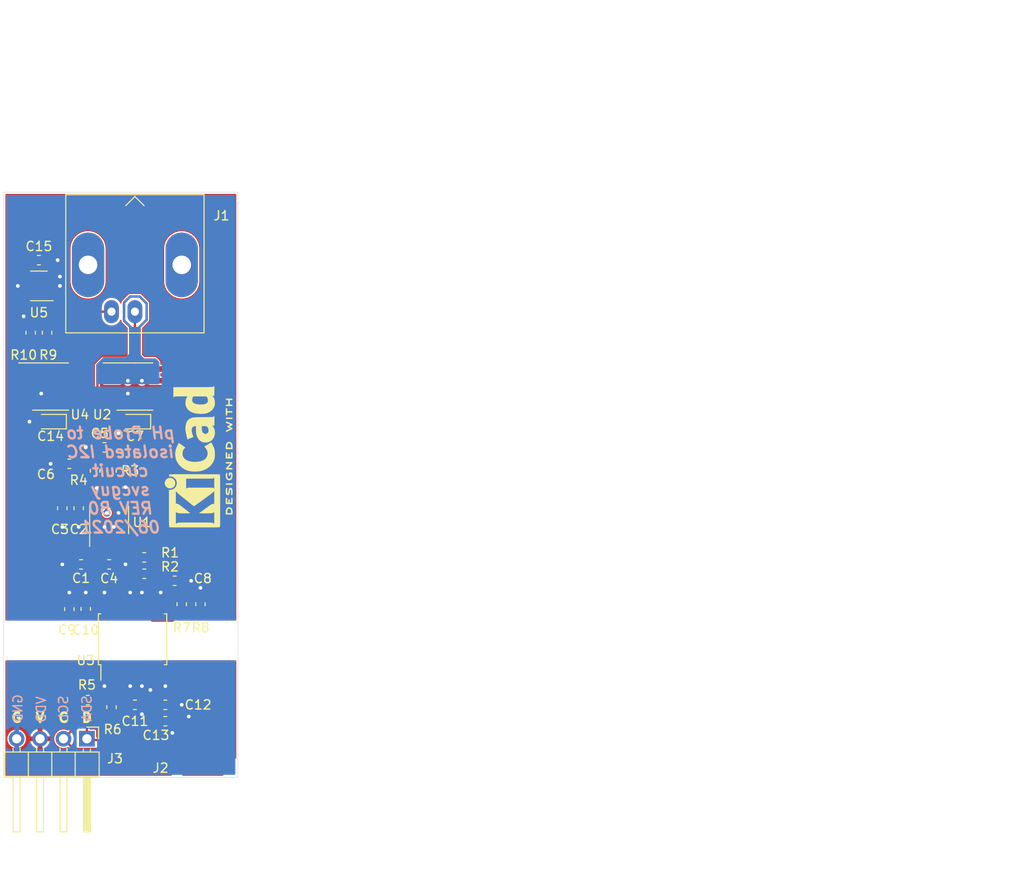
<source format=kicad_pcb>
(kicad_pcb (version 20171130) (host pcbnew "(5.1.10)-1")
  (layers (0 F.Cu signal) (31 B.Cu signal) (34 B.Paste user) (35 F.Paste user) (36 B.SilkS user) (37 F.SilkS user) (38 B.Mask user) (39 F.Mask user) (44 Edge.Cuts user))
  (net 0 "")
  (net 1 GND)
  (net 2 /PROBE_V_OUT)
  (net 3 +3V3)
  (net 4 VDD)
  (net 5 "Net-(J1-Pad2)")
  (net 6 "Net-(J1-Pad1)")
  (net 7 /SCL_ISO)
  (net 8 /SDA_ISO)
  (net 9 "Net-(R3-Pad1)")
  (net 10 /VREF)
  (net 11 /SCL)
  (net 12 /SDA)
  (net 13 GNDS)
  (net 14 "Net-(C1-Pad1)")
  (net 15 "Net-(C4-Pad1)")
  (net 16 "Net-(R4-Pad1)")
  (net 17 "Net-(R7-Pad2)")
  (net 18 "Net-(R9-Pad1)")
  (module Symbol:KiCad-Logo2_6mm_SilkScreen (layer F.Cu) (at 157.607 102.362 90)
    (fp_text reference REF** hide)
    (fp_text value KiCad-Logo2_6mm_SilkScreen hide)
  )
  (module Connector_PinHeader_2.54mm:PinHeader_1x04_P2.54mm_Horizontal (layer F.Cu) (at 146.177 132.969 270)
    (fp_text reference J3 (at 2.159 -3.048 180) (layer F.SilkS))
    (fp_text value I2C)
    (pad 1 thru_hole rect (at 0 0 270) (size 1.7 1.7) (drill 1) (layers *.Cu *.Mask) (net 12 /SDA))
    (pad 2 thru_hole oval (at 0 2.54 270) (size 1.7 1.7) (drill 1) (layers *.Cu *.Mask) (net 11 /SCL))
    (pad 3 thru_hole oval (at 0 5.08 270) (size 1.7 1.7) (drill 1) (layers *.Cu *.Mask) (net 4 VDD))
    (pad 4 thru_hole oval (at 0 7.62 270) (size 1.7 1.7) (drill 1) (layers *.Cu *.Mask) (net 1 GND))
  )
  (module Connector_Coaxial:BNC_Amphenol_B6252HB-NPP3G-50_Horizontal (layer F.Cu) (at 151.384 86.614)
    (fp_text reference J1 (at 9.398 -10.414) (layer F.SilkS))
    (fp_text value PH_PROBE)
    (pad S1 thru_hole oval (at -5.08 -5.08) (size 3.5 7) (drill 2.01) (layers *.Cu *.Mask))
    (pad S2 thru_hole oval (at 5.08 -5.08) (size 3.5 7) (drill 2.01) (layers *.Cu *.Mask))
    (pad 1 thru_hole oval (at 0 0) (size 1.6 2.5) (drill 0.89) (layers *.Cu *.Mask) (net 6 "Net-(J1-Pad1)"))
    (pad 2 thru_hole oval (at -2.54 0) (size 1.6 2.5) (drill 0.89) (layers *.Cu *.Mask) (net 5 "Net-(J1-Pad2)"))
  )
  (module jlcpcb_smt:C_0603_1608Metric (layer F.Cu) (at 148.082 101.346 180)
    (fp_text reference C5 (at 0.508 1.524) (layer F.SilkS))
    (fp_text value 1uF)
    (pad 2 smd roundrect (at 0.7875 0 180) (size 0.875 0.95) (layers F.Cu F.Paste F.Mask) (net 13 GNDS))
    (pad 1 smd roundrect (at -0.7875 0 180) (size 0.875 0.95) (layers F.Cu F.Paste F.Mask) (net 2 /PROBE_V_OUT))
  )
  (module jlcpcb_smt:C_0603_1608Metric (layer F.Cu) (at 145.542 114.046 180)
    (fp_text reference C1 (at 0 -1.5) (layer F.SilkS))
    (fp_text value 0.1uF)
    (pad 1 smd roundrect (at -0.7875 0 180) (size 0.875 0.95) (layers F.Cu F.Paste F.Mask) (net 14 "Net-(C1-Pad1)"))
    (pad 2 smd roundrect (at 0.7875 0 180) (size 0.875 0.95) (layers F.Cu F.Paste F.Mask) (net 13 GNDS))
  )
  (module jlcpcb_smt:C_0603_1608Metric (layer F.Cu) (at 145.288 107.95 270)
    (fp_text reference C2 (at 2.286 0 180) (layer F.SilkS))
    (fp_text value 0.1uF)
    (pad 1 smd roundrect (at -0.7875 0 270) (size 0.875 0.95) (layers F.Cu F.Paste F.Mask) (net 3 +3V3))
    (pad 2 smd roundrect (at 0.7875 0 270) (size 0.875 0.95) (layers F.Cu F.Paste F.Mask) (net 13 GNDS))
  )
  (module jlcpcb_smt:C_0603_1608Metric (layer F.Cu) (at 143.51 107.95 270)
    (fp_text reference C3 (at 2.286 0.254 180) (layer F.SilkS))
    (fp_text value 10uF)
    (pad 2 smd roundrect (at 0.7875 0 270) (size 0.875 0.95) (layers F.Cu F.Paste F.Mask) (net 13 GNDS))
    (pad 1 smd roundrect (at -0.7875 0 270) (size 0.875 0.95) (layers F.Cu F.Paste F.Mask) (net 3 +3V3))
  )
  (module jlcpcb_smt:C_0603_1608Metric (layer F.Cu) (at 148.59 114.046)
    (fp_text reference C4 (at 0 1.524) (layer F.SilkS))
    (fp_text value 0.1uF)
    (pad 2 smd roundrect (at 0.7875 0) (size 0.875 0.95) (layers F.Cu F.Paste F.Mask) (net 13 GNDS))
    (pad 1 smd roundrect (at -0.7875 0) (size 0.875 0.95) (layers F.Cu F.Paste F.Mask) (net 15 "Net-(C4-Pad1)"))
  )
  (module jlcpcb_smt:C_0603_1608Metric (layer F.Cu) (at 155.702 115.824)
    (fp_text reference C8 (at 3.048 -0.254) (layer F.SilkS))
    (fp_text value 0.1uF)
    (pad 2 smd roundrect (at 0.7875 0) (size 0.875 0.95) (layers F.Cu F.Paste F.Mask) (net 13 GNDS))
    (pad 1 smd roundrect (at -0.7875 0) (size 0.875 0.95) (layers F.Cu F.Paste F.Mask) (net 3 +3V3))
  )
  (module jlcpcb_smt:C_0603_1608Metric (layer F.Cu) (at 144.272 118.8975 90)
    (fp_text reference C9 (at -2.2605 -0.254 180) (layer F.SilkS))
    (fp_text value 10uF)
    (pad 1 smd roundrect (at -0.7875 0 90) (size 0.875 0.95) (layers F.Cu F.Paste F.Mask) (net 3 +3V3))
    (pad 2 smd roundrect (at 0.7875 0 90) (size 0.875 0.95) (layers F.Cu F.Paste F.Mask) (net 13 GNDS))
  )
  (module jlcpcb_smt:C_0603_1608Metric (layer F.Cu) (at 146.05 118.872 90)
    (fp_text reference C10 (at -2.286 0 180) (layer F.SilkS))
    (fp_text value 0.1uF)
    (pad 2 smd roundrect (at 0.7875 0 90) (size 0.875 0.95) (layers F.Cu F.Paste F.Mask) (net 13 GNDS))
    (pad 1 smd roundrect (at -0.7875 0 90) (size 0.875 0.95) (layers F.Cu F.Paste F.Mask) (net 3 +3V3))
  )
  (module jlcpcb_smt:C_0603_1608Metric (layer F.Cu) (at 151.384 129.286)
    (fp_text reference C11 (at 0 1.778) (layer F.SilkS))
    (fp_text value 0.1uF)
    (pad 1 smd roundrect (at -0.7875 0) (size 0.875 0.95) (layers F.Cu F.Paste F.Mask) (net 4 VDD))
    (pad 2 smd roundrect (at 0.7875 0) (size 0.875 0.95) (layers F.Cu F.Paste F.Mask) (net 1 GND))
  )
  (module jlcpcb_smt:C_0603_1608Metric (layer F.Cu) (at 154.686 129.286)
    (fp_text reference C12 (at 3.556 0) (layer F.SilkS))
    (fp_text value 0.1uF)
    (pad 2 smd roundrect (at 0.7875 0) (size 0.875 0.95) (layers F.Cu F.Paste F.Mask) (net 1 GND))
    (pad 1 smd roundrect (at -0.7875 0) (size 0.875 0.95) (layers F.Cu F.Paste F.Mask) (net 4 VDD))
  )
  (module jlcpcb_smt:C_0603_1608Metric (layer F.Cu) (at 154.686 131.064)
    (fp_text reference C13 (at -1.016 1.524) (layer F.SilkS))
    (fp_text value 10uF)
    (pad 1 smd roundrect (at -0.7875 0) (size 0.875 0.95) (layers F.Cu F.Paste F.Mask) (net 4 VDD))
    (pad 2 smd roundrect (at 0.7875 0) (size 0.875 0.95) (layers F.Cu F.Paste F.Mask) (net 1 GND))
  )
  (module jlcpcb_smt:C_0603_1608Metric (layer F.Cu) (at 140.97 81.026)
    (fp_text reference C15 (at 0 -1.5) (layer F.SilkS))
    (fp_text value 2.2uF)
    (pad 1 smd roundrect (at -0.7875 0) (size 0.875 0.95) (layers F.Cu F.Paste F.Mask) (net 3 +3V3))
    (pad 2 smd roundrect (at 0.7875 0) (size 0.875 0.95) (layers F.Cu F.Paste F.Mask) (net 13 GNDS))
  )
  (module Custom_KICAD:QWIIC_STEMMA_QT (layer F.Cu) (at 158.75 132.08 180)
    (fp_text reference J2 (at 4.572 -4.064) (layer F.SilkS))
    (fp_text value QWIIC)
    (pad 4 smd roundrect (at -1.5 0 180) (size 0.6 1.55) (layers F.Cu F.Paste F.Mask) (net 11 /SCL))
    (pad 3 smd roundrect (at -0.5 0 180) (size 0.6 1.55) (layers F.Cu F.Paste F.Mask) (net 12 /SDA))
    (pad 2 smd roundrect (at 0.5 0 180) (size 0.6 1.55) (layers F.Cu F.Paste F.Mask) (net 4 VDD))
    (pad 1 smd roundrect (at 1.5 0 180) (size 0.6 1.55) (layers F.Cu F.Paste F.Mask) (net 1 GND))
    (pad MP smd roundrect (at -2.8 -3.825 180) (size 1.2 1.8) (layers F.Cu F.Paste F.Mask))
    (pad MP smd roundrect (at 2.8 -3.825 180) (size 1.2 1.8) (layers F.Cu F.Paste F.Mask))
  )
  (module jlcpcb_smt:R_0603_1608Metric (layer F.Cu) (at 152.4 113.284 180)
    (fp_text reference R1 (at -2.794 0.508 180) (layer F.SilkS))
    (fp_text value 4.7k)
    (pad 2 smd roundrect (at 0.7875 0 180) (size 0.875 0.95) (layers F.Cu F.Paste F.Mask) (net 7 /SCL_ISO))
    (pad 1 smd roundrect (at -0.7875 0 180) (size 0.875 0.95) (layers F.Cu F.Paste F.Mask) (net 3 +3V3))
  )
  (module jlcpcb_smt:R_0603_1608Metric (layer F.Cu) (at 152.4 115.062 180)
    (fp_text reference R2 (at -2.794 0.762 180) (layer F.SilkS))
    (fp_text value 4.7k)
    (pad 1 smd roundrect (at -0.7875 0 180) (size 0.875 0.95) (layers F.Cu F.Paste F.Mask) (net 3 +3V3))
    (pad 2 smd roundrect (at 0.7875 0 180) (size 0.875 0.95) (layers F.Cu F.Paste F.Mask) (net 8 /SDA_ISO))
  )
  (module jlcpcb_smt:R_0603_1608Metric (layer F.Cu) (at 148.844 103.886 90)
    (fp_text reference R3 (at 0 2.032) (layer F.SilkS))
    (fp_text value 1k)
    (pad 1 smd roundrect (at -0.7875 0 90) (size 0.875 0.95) (layers F.Cu F.Paste F.Mask) (net 9 "Net-(R3-Pad1)"))
    (pad 2 smd roundrect (at 0.7875 0 90) (size 0.875 0.95) (layers F.Cu F.Paste F.Mask) (net 2 /PROBE_V_OUT))
  )
  (module jlcpcb_smt:R_0603_1608Metric (layer F.Cu) (at 146.2785 128.778)
    (fp_text reference R5 (at -0.1015 -1.651 180) (layer F.SilkS))
    (fp_text value 4.7k)
    (pad 1 smd roundrect (at -0.7875 0) (size 0.875 0.95) (layers F.Cu F.Paste F.Mask) (net 4 VDD))
    (pad 2 smd roundrect (at 0.7875 0) (size 0.875 0.95) (layers F.Cu F.Paste F.Mask) (net 11 /SCL))
  )
  (module jlcpcb_smt:R_0603_1608Metric (layer F.Cu) (at 148.844 129.54 90)
    (fp_text reference R6 (at -2.413 0.127) (layer F.SilkS))
    (fp_text value 4.7k)
    (pad 2 smd roundrect (at 0.7875 0 90) (size 0.875 0.95) (layers F.Cu F.Paste F.Mask) (net 12 /SDA))
    (pad 1 smd roundrect (at -0.7875 0 90) (size 0.875 0.95) (layers F.Cu F.Paste F.Mask) (net 4 VDD))
  )
  (module jlcpcb_smt:R_0603_1608Metric (layer F.Cu) (at 156.464 118.364 270)
    (fp_text reference R7 (at 2.54 0) (layer F.SilkS))
    (fp_text value 16.9k)
    (pad 1 smd roundrect (at -0.7875 0 270) (size 0.875 0.95) (layers F.Cu F.Paste F.Mask) (net 3 +3V3))
    (pad 2 smd roundrect (at 0.7875 0 270) (size 0.875 0.95) (layers F.Cu F.Paste F.Mask) (net 17 "Net-(R7-Pad2)"))
  )
  (module jlcpcb_smt:R_0603_1608Metric (layer F.Cu) (at 158.496 118.364 90)
    (fp_text reference R8 (at -2.54 0) (layer F.SilkS))
    (fp_text value 10k)
    (pad 2 smd roundrect (at 0.7875 0 90) (size 0.875 0.95) (layers F.Cu F.Paste F.Mask) (net 13 GNDS))
    (pad 1 smd roundrect (at -0.7875 0 90) (size 0.875 0.95) (layers F.Cu F.Paste F.Mask) (net 17 "Net-(R7-Pad2)"))
  )
  (module Package_SO:SOIC-8_3.9x4.9mm_P1.27mm (layer F.Cu) (at 151.384 94.742)
    (fp_text reference U2 (at -3.556 3.048) (layer F.SilkS))
    (fp_text value LMP7721)
    (pad 8 smd roundrect (at 2.475 -1.905) (size 1.95 0.6) (layers F.Cu F.Paste F.Mask) (net 2 /PROBE_V_OUT))
    (pad 7 smd roundrect (at 2.475 -0.635) (size 1.95 0.6) (layers F.Cu F.Paste F.Mask) (net 2 /PROBE_V_OUT))
    (pad 6 smd roundrect (at 2.475 0.635) (size 1.95 0.6) (layers F.Cu F.Paste F.Mask) (net 3 +3V3))
    (pad 5 smd roundrect (at 2.475 1.905) (size 1.95 0.6) (layers F.Cu F.Paste F.Mask))
    (pad 4 smd roundrect (at -2.475 1.905) (size 1.95 0.6) (layers F.Cu F.Paste F.Mask) (net 2 /PROBE_V_OUT))
    (pad 3 smd roundrect (at -2.475 0.635) (size 1.95 0.6) (layers F.Cu F.Paste F.Mask) (net 13 GNDS))
    (pad 2 smd roundrect (at -2.475 -0.635) (size 1.95 0.6) (layers F.Cu F.Paste F.Mask) (net 2 /PROBE_V_OUT))
    (pad 1 smd roundrect (at -2.475 -1.905) (size 1.95 0.6) (layers F.Cu F.Paste F.Mask) (net 6 "Net-(J1-Pad1)"))
  )
  (module Package_SO:SOIC-8_3.9x4.9mm_P1.27mm (layer F.Cu) (at 142.24 94.742)
    (fp_text reference U4 (at 3.175 3.048) (layer F.SilkS))
    (fp_text value LMP7721)
    (pad 1 smd roundrect (at -2.475 -1.905) (size 1.95 0.6) (layers F.Cu F.Paste F.Mask) (net 10 /VREF))
    (pad 2 smd roundrect (at -2.475 -0.635) (size 1.95 0.6) (layers F.Cu F.Paste F.Mask))
    (pad 3 smd roundrect (at -2.475 0.635) (size 1.95 0.6) (layers F.Cu F.Paste F.Mask) (net 13 GNDS))
    (pad 4 smd roundrect (at -2.475 1.905) (size 1.95 0.6) (layers F.Cu F.Paste F.Mask) (net 5 "Net-(J1-Pad2)"))
    (pad 5 smd roundrect (at 2.475 1.905) (size 1.95 0.6) (layers F.Cu F.Paste F.Mask))
    (pad 6 smd roundrect (at 2.475 0.635) (size 1.95 0.6) (layers F.Cu F.Paste F.Mask) (net 3 +3V3))
    (pad 7 smd roundrect (at 2.475 -0.635) (size 1.95 0.6) (layers F.Cu F.Paste F.Mask))
    (pad 8 smd roundrect (at 2.475 -1.905) (size 1.95 0.6) (layers F.Cu F.Paste F.Mask) (net 5 "Net-(J1-Pad2)"))
  )
  (module Package_SO:SSOP-20_5.3x7.2mm_P0.65mm (layer F.Cu) (at 151.13 122.174 90)
    (fp_text reference U3 (at -2.286 -5.08 180) (layer F.SilkS))
    (fp_text value ADM3260)
    (pad 1 smd roundrect (at -3.5 -2.925 90) (size 1.9 0.5) (layers F.Cu F.Paste F.Mask) (net 1 GND))
    (pad 2 smd roundrect (at -3.5 -2.275 90) (size 1.9 0.5) (layers F.Cu F.Paste F.Mask) (net 11 /SCL))
    (pad 3 smd roundrect (at -3.5 -1.625 90) (size 1.9 0.5) (layers F.Cu F.Paste F.Mask) (net 12 /SDA))
    (pad 4 smd roundrect (at -3.5 -0.975 90) (size 1.9 0.5) (layers F.Cu F.Paste F.Mask) (net 4 VDD))
    (pad 5 smd roundrect (at -3.5 -0.325 90) (size 1.9 0.5) (layers F.Cu F.Paste F.Mask) (net 1 GND))
    (pad 6 smd roundrect (at -3.5 0.325 90) (size 1.9 0.5) (layers F.Cu F.Paste F.Mask))
    (pad 7 smd roundrect (at -3.5 0.975 90) (size 1.9 0.5) (layers F.Cu F.Paste F.Mask) (net 1 GND))
    (pad 8 smd roundrect (at -3.5 1.625 90) (size 1.9 0.5) (layers F.Cu F.Paste F.Mask) (net 1 GND))
    (pad 9 smd roundrect (at -3.5 2.275 90) (size 1.9 0.5) (layers F.Cu F.Paste F.Mask) (net 4 VDD))
    (pad 10 smd roundrect (at -3.5 2.925 90) (size 1.9 0.5) (layers F.Cu F.Paste F.Mask) (net 1 GND))
    (pad 11 smd roundrect (at 3.5 2.925 90) (size 1.9 0.5) (layers F.Cu F.Paste F.Mask) (net 13 GNDS))
    (pad 12 smd roundrect (at 3.5 2.275 90) (size 1.9 0.5) (layers F.Cu F.Paste F.Mask) (net 3 +3V3))
    (pad 13 smd roundrect (at 3.5 1.625 90) (size 1.9 0.5) (layers F.Cu F.Paste F.Mask) (net 17 "Net-(R7-Pad2)"))
    (pad 14 smd roundrect (at 3.5 0.975 90) (size 1.9 0.5) (layers F.Cu F.Paste F.Mask) (net 13 GNDS))
    (pad 15 smd roundrect (at 3.5 0.325 90) (size 1.9 0.5) (layers F.Cu F.Paste F.Mask))
    (pad 16 smd roundrect (at 3.5 -0.325 90) (size 1.9 0.5) (layers F.Cu F.Paste F.Mask) (net 13 GNDS))
    (pad 17 smd roundrect (at 3.5 -0.975 90) (size 1.9 0.5) (layers F.Cu F.Paste F.Mask) (net 3 +3V3))
    (pad 18 smd roundrect (at 3.5 -1.625 90) (size 1.9 0.5) (layers F.Cu F.Paste F.Mask) (net 8 /SDA_ISO))
    (pad 19 smd roundrect (at 3.5 -2.275 90) (size 1.9 0.5) (layers F.Cu F.Paste F.Mask) (net 7 /SCL_ISO))
    (pad 20 smd roundrect (at 3.5 -2.925 90) (size 1.9 0.5) (layers F.Cu F.Paste F.Mask) (net 13 GNDS))
  )
  (module Package_TO_SOT_SMD:SOT-23-6 (layer F.Cu) (at 140.97 83.82 180)
    (fp_text reference U5 (at 0 -2.9) (layer F.SilkS))
    (fp_text value MCP1501)
    (pad 1 smd rect (at -1.1 -0.95 180) (size 1.06 0.65) (layers F.Cu F.Paste F.Mask) (net 18 "Net-(R9-Pad1)"))
    (pad 2 smd rect (at -1.1 0 180) (size 1.06 0.65) (layers F.Cu F.Paste F.Mask) (net 13 GNDS))
    (pad 3 smd rect (at -1.1 0.95 180) (size 1.06 0.65) (layers F.Cu F.Paste F.Mask) (net 13 GNDS))
    (pad 4 smd rect (at 1.1 0.95 180) (size 1.06 0.65) (layers F.Cu F.Paste F.Mask) (net 3 +3V3))
    (pad 6 smd rect (at 1.1 -0.95 180) (size 1.06 0.65) (layers F.Cu F.Paste F.Mask) (net 3 +3V3))
    (pad 5 smd rect (at 1.1 0 180) (size 1.06 0.65) (layers F.Cu F.Paste F.Mask) (net 13 GNDS))
  )
  (module jlcpcb_smt:C_0603_1608Metric (layer F.Cu) (at 144.272 103.124 180)
    (fp_text reference C6 (at 2.54 -1.143) (layer F.SilkS))
    (fp_text value 1uF)
    (pad 1 smd roundrect (at -0.7875 0 180) (size 0.875 0.95) (layers F.Cu F.Paste F.Mask) (net 10 /VREF))
    (pad 2 smd roundrect (at 0.7875 0 180) (size 0.875 0.95) (layers F.Cu F.Paste F.Mask) (net 13 GNDS))
  )
  (module Capacitor_Tantalum_SMD:CP_EIA-2012-15_AVX-P (layer F.Cu) (at 151.384 98.552 180)
    (fp_text reference C7 (at 0 -1.58) (layer F.SilkS))
    (fp_text value 0.1uF)
    (pad 2 smd roundrect (at 0.8875 0 180) (size 1.125 1.05) (layers F.Cu F.Paste F.Mask) (roundrect_rratio 0.2380942857142857) (net 13 GNDS))
    (pad 1 smd roundrect (at -0.8875 0 180) (size 1.125 1.05) (layers F.Cu F.Paste F.Mask) (roundrect_rratio 0.2380942857142857) (net 3 +3V3))
  )
  (module Capacitor_Tantalum_SMD:CP_EIA-2012-15_AVX-P (layer F.Cu) (at 142.24 98.552 180)
    (fp_text reference C14 (at 0 -1.58) (layer F.SilkS))
    (fp_text value 0.1uF)
    (pad 1 smd roundrect (at -0.8875 0 180) (size 1.125 1.05) (layers F.Cu F.Paste F.Mask) (roundrect_rratio 0.2380942857142857) (net 3 +3V3))
    (pad 2 smd roundrect (at 0.8875 0 180) (size 1.125 1.05) (layers F.Cu F.Paste F.Mask) (roundrect_rratio 0.2380942857142857) (net 13 GNDS))
  )
  (module jlcpcb_smt:R_0603_1608Metric (layer F.Cu) (at 147.066 103.886 90)
    (fp_text reference R4 (at -1.016 -1.778) (layer F.SilkS))
    (fp_text value 1k)
    (pad 1 smd roundrect (at -0.7875 0 90) (size 0.875 0.95) (layers F.Cu F.Paste F.Mask) (net 16 "Net-(R4-Pad1)"))
    (pad 2 smd roundrect (at 0.7875 0 90) (size 0.875 0.95) (layers F.Cu F.Paste F.Mask) (net 10 /VREF))
  )
  (module jlcpcb_smt:R_0603_1608Metric (layer F.Cu) (at 141.859 88.9 270)
    (fp_text reference R9 (at 2.413 -0.127) (layer F.SilkS))
    (fp_text value 10k)
    (pad 1 smd roundrect (at -0.7875 0 270) (size 0.875 0.95) (layers F.Cu F.Paste F.Mask) (net 18 "Net-(R9-Pad1)"))
    (pad 2 smd roundrect (at 0.7875 0 270) (size 0.875 0.95) (layers F.Cu F.Paste F.Mask) (net 10 /VREF))
  )
  (module jlcpcb_smt:R_0603_1608Metric (layer F.Cu) (at 140.081 88.9 90)
    (fp_text reference R10 (at -2.413 -0.762) (layer F.SilkS))
    (fp_text value 10k)
    (pad 2 smd roundrect (at 0.7875 0 90) (size 0.875 0.95) (layers F.Cu F.Paste F.Mask) (net 13 GNDS))
    (pad 1 smd roundrect (at -0.7875 0 90) (size 0.875 0.95) (layers F.Cu F.Paste F.Mask) (net 10 /VREF))
  )
  (module Package_SO:MSOP-12_3x4mm_P0.65mm (layer F.Cu) (at 148.59 109.22 90)
    (fp_text reference U1 (at -0.254 3.556 180) (layer F.SilkS))
    (fp_text value LTC2473)
    (pad 1 smd roundrect (at -2.15 -1.625 90) (size 1.45 0.4) (layers F.Cu F.Paste F.Mask) (net 14 "Net-(C1-Pad1)"))
    (pad 2 smd roundrect (at -2.15 -0.975 90) (size 1.45 0.4) (layers F.Cu F.Paste F.Mask) (net 15 "Net-(C4-Pad1)"))
    (pad 3 smd roundrect (at -2.15 -0.325 90) (size 1.45 0.4) (layers F.Cu F.Paste F.Mask) (net 13 GNDS))
    (pad 4 smd roundrect (at -2.15 0.325 90) (size 1.45 0.4) (layers F.Cu F.Paste F.Mask) (net 13 GNDS))
    (pad 5 smd roundrect (at -2.15 0.975 90) (size 1.45 0.4) (layers F.Cu F.Paste F.Mask) (net 7 /SCL_ISO))
    (pad 6 smd roundrect (at -2.15 1.625 90) (size 1.45 0.4) (layers F.Cu F.Paste F.Mask) (net 8 /SDA_ISO))
    (pad 7 smd roundrect (at 2.15 1.625 90) (size 1.45 0.4) (layers F.Cu F.Paste F.Mask) (net 13 GNDS))
    (pad 8 smd roundrect (at 2.15 0.975 90) (size 1.45 0.4) (layers F.Cu F.Paste F.Mask) (net 13 GNDS))
    (pad 9 smd roundrect (at 2.15 0.325 90) (size 1.45 0.4) (layers F.Cu F.Paste F.Mask) (net 9 "Net-(R3-Pad1)"))
    (pad 10 smd roundrect (at 2.15 -0.325 90) (size 1.45 0.4) (layers F.Cu F.Paste F.Mask) (net 16 "Net-(R4-Pad1)"))
    (pad 11 smd roundrect (at 2.15 -0.975 90) (size 1.45 0.4) (layers F.Cu F.Paste F.Mask) (net 13 GNDS))
    (pad 12 smd roundrect (at 2.15 -1.625 90) (size 1.45 0.4) (layers F.Cu F.Paste F.Mask) (net 3 +3V3))
  )
  (gr_text GND (at 138.684 129.667 90) (layer B.SilkS) (effects (font (size 1 1)) (justify mirror)))
  (gr_text VDD (at 141.224 129.794 90) (layer B.SilkS) (effects (font (size 1 1)) (justify mirror)))
  (gr_text SCL (at 143.637 129.667 90) (layer B.SilkS) (effects (font (size 1 1)) (justify mirror)))
  (gr_text SDA (at 146.177 129.667 90) (layer B.SilkS) (effects (font (size 1 1)) (justify mirror)))
  (gr_text G (at 138.557 130.683) (layer F.SilkS) (effects (font (size 1.016 1.016) (thickness 0.254))))
  (gr_text V (at 141.097 130.683) (layer F.SilkS) (effects (font (size 1.016 1.016) (thickness 0.254))))
  (gr_text C (at 143.637 130.683) (layer F.SilkS) (effects (font (size 1.016 1.016) (thickness 0.254))))
  (gr_text D (at 146.177 130.683) (layer F.SilkS) (effects (font (size 1.016 1.016) (thickness 0.254))))
  (gr_text "pH Probe to\nisolated I2C\ncircuit\nsvcguy\nREV B0\n06/2021" (at 149.86 104.902) (layer B.SilkS) (effects (font (size 1.27 1.27) (thickness 0.254) italic) (justify mirror)))
  (gr_line (start 162.56 137.16) (end 162.56 73.66) (layer Edge.Cuts) (width 0.05))
  (gr_line (start 137.16 137.16) (end 162.56 137.16) (layer Edge.Cuts) (width 0.05))
  (gr_line (start 137.16 73.66) (end 137.16 137.16) (layer Edge.Cuts) (width 0.05))
  (gr_line (start 137.16 73.66) (end 162.56 73.66) (layer Edge.Cuts) (width 0.05))
  (via (at 148.082 127.254) (size 0.8) (drill 0.4) (layers F.Cu B.Cu) (net 1))
  (segment (start 148.205 127.131) (end 148.082 127.254) (width 0.25) (layer F.Cu) (net 1))
  (segment (start 148.205 125.674) (end 148.205 127.131) (width 0.25) (layer F.Cu) (net 1))
  (via (at 150.876 127.254) (size 0.8) (drill 0.4) (layers F.Cu B.Cu) (net 1))
  (segment (start 150.805 127.183) (end 150.876 127.254) (width 0.25) (layer F.Cu) (net 1))
  (segment (start 150.805 125.674) (end 150.805 127.183) (width 0.25) (layer F.Cu) (net 1))
  (via (at 152.146 127.254) (size 0.8) (drill 0.4) (layers F.Cu B.Cu) (net 1))
  (segment (start 152.105 127.213) (end 152.146 127.254) (width 0.25) (layer F.Cu) (net 1))
  (segment (start 152.105 125.674) (end 152.105 127.213) (width 0.25) (layer F.Cu) (net 1))
  (via (at 154.686 127.254) (size 0.8) (drill 0.4) (layers F.Cu B.Cu) (net 1))
  (segment (start 154.055 126.623) (end 154.686 127.254) (width 0.25) (layer F.Cu) (net 1))
  (segment (start 154.055 125.674) (end 154.055 126.623) (width 0.25) (layer F.Cu) (net 1))
  (via (at 152.146 130.302) (size 0.8) (drill 0.4) (layers F.Cu B.Cu) (net 1))
  (segment (start 152.1715 130.2765) (end 152.146 130.302) (width 0.25) (layer F.Cu) (net 1))
  (segment (start 152.1715 129.286) (end 152.1715 130.2765) (width 0.25) (layer F.Cu) (net 1))
  (via (at 156.464 129.286) (size 0.8) (drill 0.4) (layers F.Cu B.Cu) (net 1))
  (segment (start 155.4735 129.286) (end 156.464 129.286) (width 0.25) (layer F.Cu) (net 1))
  (via (at 155.448 132.334) (size 0.8) (drill 0.4) (layers F.Cu B.Cu) (net 1))
  (segment (start 155.4735 132.3085) (end 155.448 132.334) (width 0.25) (layer F.Cu) (net 1))
  (segment (start 155.4735 131.064) (end 155.4735 132.3085) (width 0.25) (layer F.Cu) (net 1))
  (via (at 157.226 130.556) (size 0.8) (drill 0.4) (layers F.Cu B.Cu) (net 1))
  (segment (start 157.25 130.58) (end 157.226 130.556) (width 0.25) (layer F.Cu) (net 1))
  (segment (start 157.25 132.08) (end 157.25 130.58) (width 0.25) (layer F.Cu) (net 1))
  (via (at 153.06506 127.674379) (size 0.8) (drill 0.4) (layers F.Cu B.Cu) (net 1))
  (segment (start 152.755 125.674) (end 152.755 127.364319) (width 0.25) (layer F.Cu) (net 1))
  (segment (start 152.755 127.364319) (end 153.06506 127.674379) (width 0.25) (layer F.Cu) (net 1))
  (segment (start 148.844 101.3715) (end 148.8695 101.346) (width 0.25) (layer F.Cu) (net 2))
  (segment (start 148.844 103.0985) (end 148.844 101.3715) (width 0.25) (layer F.Cu) (net 2))
  (segment (start 153.859 94.107) (end 153.859 92.837) (width 0.25) (layer F.Cu) (net 2))
  (segment (start 147.934 94.107) (end 148.909 94.107) (width 0.25) (layer F.Cu) (net 2))
  (segment (start 147.32 93.493) (end 147.934 94.107) (width 0.25) (layer F.Cu) (net 2))
  (segment (start 148.909 94.107) (end 150.622 94.107) (width 0.25) (layer F.Cu) (net 2))
  (segment (start 147.934 96.647) (end 148.909 96.647) (width 0.25) (layer F.Cu) (net 2))
  (segment (start 147.32 96.033) (end 147.934 96.647) (width 0.25) (layer F.Cu) (net 2))
  (segment (start 147.32 93.493) (end 147.32 96.033) (width 0.25) (layer F.Cu) (net 2))
  (segment (start 148.909 101.3065) (end 148.8695 101.346) (width 0.25) (layer F.Cu) (net 2))
  (segment (start 148.909 96.647) (end 148.909 101.3065) (width 0.25) (layer F.Cu) (net 2))
  (segment (start 151.384 88.392) (end 151.765 88.392) (width 0.25) (layer B.Cu) (net 2))
  (segment (start 151.765 88.392) (end 152.654 87.503) (width 0.25) (layer B.Cu) (net 2))
  (segment (start 152.654 87.503) (end 152.654 85.725) (width 0.25) (layer B.Cu) (net 2))
  (segment (start 152.654 85.725) (end 151.892 84.963) (width 0.25) (layer B.Cu) (net 2))
  (segment (start 150.20499 87.552361) (end 150.20499 85.63401) (width 0.25) (layer B.Cu) (net 2))
  (segment (start 151.044629 88.392) (end 150.20499 87.552361) (width 0.25) (layer B.Cu) (net 2))
  (segment (start 151.384 88.392) (end 151.044629 88.392) (width 0.25) (layer B.Cu) (net 2))
  (segment (start 150.876 84.963) (end 151.892 84.963) (width 0.25) (layer B.Cu) (net 2))
  (segment (start 150.20499 85.63401) (end 150.876 84.963) (width 0.25) (layer B.Cu) (net 2))
  (segment (start 150.876 84.963) (end 151.892 84.963) (width 0.25) (layer F.Cu) (net 2))
  (segment (start 152.273 91.821) (end 153.543 91.821) (width 0.25) (layer F.Cu) (net 2))
  (segment (start 150.20499 85.63401) (end 150.876 84.963) (width 0.25) (layer F.Cu) (net 2))
  (segment (start 150.20499 87.59399) (end 150.20499 85.63401) (width 0.25) (layer F.Cu) (net 2))
  (segment (start 151.88801 88.26899) (end 151.88801 91.43601) (width 0.25) (layer F.Cu) (net 2))
  (segment (start 150.87999 91.43601) (end 150.87999 88.26899) (width 0.25) (layer F.Cu) (net 2))
  (segment (start 152.654 85.725) (end 152.654 87.503) (width 0.25) (layer F.Cu) (net 2))
  (segment (start 151.892 84.963) (end 152.654 85.725) (width 0.25) (layer F.Cu) (net 2))
  (segment (start 150.495 91.821) (end 150.87999 91.43601) (width 0.25) (layer F.Cu) (net 2))
  (segment (start 147.32 93.493) (end 147.32 92.456) (width 0.25) (layer F.Cu) (net 2))
  (segment (start 152.654 87.503) (end 151.88801 88.26899) (width 0.25) (layer F.Cu) (net 2))
  (segment (start 150.87999 88.26899) (end 150.20499 87.59399) (width 0.25) (layer F.Cu) (net 2))
  (segment (start 147.955 91.821) (end 150.495 91.821) (width 0.25) (layer F.Cu) (net 2))
  (segment (start 147.32 92.456) (end 147.955 91.821) (width 0.25) (layer F.Cu) (net 2))
  (segment (start 151.88801 91.43601) (end 152.273 91.821) (width 0.25) (layer F.Cu) (net 2))
  (segment (start 153.543 91.821) (end 153.859 92.137) (width 0.25) (layer F.Cu) (net 2))
  (segment (start 153.859 92.137) (end 153.859 92.837) (width 0.25) (layer F.Cu) (net 2))
  (segment (start 150.622 94.107) (end 152.146 94.107) (width 0.25) (layer F.Cu) (net 2))
  (via (at 150.622 94.107) (size 0.8) (drill 0.4) (layers F.Cu B.Cu) (net 2))
  (segment (start 152.146 94.107) (end 153.859 94.107) (width 0.25) (layer F.Cu) (net 2))
  (via (at 152.146 94.107) (size 0.8) (drill 0.4) (layers F.Cu B.Cu) (net 2))
  (segment (start 146.965 113.4105) (end 146.3295 114.046) (width 0.25) (layer F.Cu) (net 14))
  (segment (start 146.965 111.37) (end 146.965 113.4105) (width 0.25) (layer F.Cu) (net 14))
  (segment (start 147.615 113.8585) (end 147.8025 114.046) (width 0.25) (layer F.Cu) (net 15))
  (segment (start 147.615 111.37) (end 147.615 113.8585) (width 0.25) (layer F.Cu) (net 15))
  (segment (start 153.405 125.674) (end 153.405 126.989) (width 0.25) (layer F.Cu) (net 4))
  (segment (start 153.8985 127.4825) (end 153.8985 129.286) (width 0.25) (layer F.Cu) (net 4))
  (segment (start 153.405 126.989) (end 153.8985 127.4825) (width 0.25) (layer F.Cu) (net 4))
  (segment (start 144.715 92.837) (end 143.129 92.837) (width 0.25) (layer F.Cu) (net 5))
  (segment (start 143.129 92.837) (end 142.494 93.472) (width 0.25) (layer F.Cu) (net 5))
  (segment (start 142.494 93.472) (end 142.494 95.758) (width 0.25) (layer F.Cu) (net 5))
  (segment (start 141.605 96.647) (end 139.765 96.647) (width 0.25) (layer F.Cu) (net 5))
  (segment (start 142.494 95.758) (end 141.605 96.647) (width 0.25) (layer F.Cu) (net 5))
  (segment (start 148.844 86.614) (end 146.685 86.614) (width 0.25) (layer F.Cu) (net 5))
  (segment (start 144.715 88.584) (end 144.715 92.837) (width 0.25) (layer F.Cu) (net 5))
  (segment (start 146.685 86.614) (end 144.715 88.584) (width 0.25) (layer F.Cu) (net 5))
  (segment (start 151.384 86.614) (end 151.384 92.202) (width 0.25) (layer F.Cu) (net 6))
  (segment (start 150.749 92.837) (end 148.909 92.837) (width 0.25) (layer F.Cu) (net 6))
  (segment (start 151.384 92.202) (end 150.749 92.837) (width 0.25) (layer F.Cu) (net 6))
  (segment (start 150.754 113.284) (end 151.6125 113.284) (width 0.25) (layer F.Cu) (net 7))
  (segment (start 149.565 112.095) (end 150.754 113.284) (width 0.25) (layer F.Cu) (net 7))
  (segment (start 149.565 111.37) (end 149.565 112.095) (width 0.25) (layer F.Cu) (net 7))
  (segment (start 151.6125 113.818006) (end 148.855 116.575506) (width 0.25) (layer F.Cu) (net 7))
  (segment (start 151.6125 113.284) (end 151.6125 113.818006) (width 0.25) (layer F.Cu) (net 7))
  (segment (start 148.855 116.575506) (end 148.855 118.674) (width 0.25) (layer F.Cu) (net 7))
  (segment (start 152.37501 114.29949) (end 151.6125 115.062) (width 0.25) (layer F.Cu) (net 8))
  (segment (start 152.37501 112.802516) (end 152.37501 114.29949) (width 0.25) (layer F.Cu) (net 8))
  (segment (start 150.942494 111.37) (end 152.37501 112.802516) (width 0.25) (layer F.Cu) (net 8))
  (segment (start 150.215 111.37) (end 150.942494 111.37) (width 0.25) (layer F.Cu) (net 8))
  (segment (start 151.6125 115.062) (end 151.13 115.062) (width 0.25) (layer F.Cu) (net 8))
  (segment (start 149.43001 118.59901) (end 149.505 118.674) (width 0.25) (layer F.Cu) (net 8))
  (segment (start 149.43001 116.76199) (end 149.43001 118.59901) (width 0.25) (layer F.Cu) (net 8))
  (segment (start 151.13 115.062) (end 149.43001 116.76199) (width 0.25) (layer F.Cu) (net 8))
  (segment (start 148.915 104.7445) (end 148.844 104.6735) (width 0.25) (layer F.Cu) (net 9))
  (segment (start 148.915 107.07) (end 148.915 104.7445) (width 0.25) (layer F.Cu) (net 9))
  (segment (start 152.755 119.624) (end 153.273 120.142) (width 0.25) (layer F.Cu) (net 17))
  (segment (start 152.755 118.674) (end 152.755 119.624) (width 0.25) (layer F.Cu) (net 17))
  (segment (start 155.4735 120.142) (end 156.464 119.1515) (width 0.25) (layer F.Cu) (net 17))
  (segment (start 153.273 120.142) (end 155.4735 120.142) (width 0.25) (layer F.Cu) (net 17))
  (segment (start 156.464 119.1515) (end 158.496 119.1515) (width 0.25) (layer F.Cu) (net 17))
  (segment (start 147.0405 103.124) (end 147.066 103.0985) (width 0.25) (layer F.Cu) (net 10))
  (segment (start 145.0595 103.124) (end 147.0405 103.124) (width 0.25) (layer F.Cu) (net 10))
  (segment (start 141.859 89.6875) (end 140.081 89.6875) (width 0.25) (layer F.Cu) (net 10))
  (segment (start 140.081 92.521) (end 139.765 92.837) (width 0.25) (layer F.Cu) (net 10))
  (segment (start 140.081 89.6875) (end 140.081 92.521) (width 0.25) (layer F.Cu) (net 10))
  (segment (start 138.79 92.837) (end 138.049 93.578) (width 0.25) (layer F.Cu) (net 10))
  (segment (start 139.765 92.837) (end 138.79 92.837) (width 0.25) (layer F.Cu) (net 10))
  (segment (start 138.049 93.578) (end 138.049 100.711) (width 0.25) (layer F.Cu) (net 10))
  (segment (start 138.049 100.711) (end 138.811 101.473) (width 0.25) (layer F.Cu) (net 10))
  (segment (start 138.811 101.473) (end 144.399 101.473) (width 0.25) (layer F.Cu) (net 10))
  (segment (start 145.0595 102.1335) (end 145.0595 103.124) (width 0.25) (layer F.Cu) (net 10))
  (segment (start 144.399 101.473) (end 145.0595 102.1335) (width 0.25) (layer F.Cu) (net 10))
  (segment (start 147.677742 128.778) (end 147.066 128.778) (width 0.25) (layer F.Cu) (net 11))
  (segment (start 148.855 127.600742) (end 147.677742 128.778) (width 0.25) (layer F.Cu) (net 11))
  (segment (start 148.855 125.674) (end 148.855 127.600742) (width 0.25) (layer F.Cu) (net 11))
  (segment (start 147.066 129.54) (end 143.637 132.969) (width 0.25) (layer F.Cu) (net 11))
  (segment (start 147.066 128.778) (end 147.066 129.54) (width 0.25) (layer F.Cu) (net 11))
  (segment (start 160.25 132.855) (end 160.25 132.08) (width 0.25) (layer F.Cu) (net 11))
  (segment (start 159.033999 134.071001) (end 160.25 132.855) (width 0.25) (layer F.Cu) (net 11))
  (segment (start 144.739001 134.071001) (end 159.033999 134.071001) (width 0.25) (layer F.Cu) (net 11))
  (segment (start 143.637 132.969) (end 144.739001 134.071001) (width 0.25) (layer F.Cu) (net 11))
  (segment (start 149.505 128.0915) (end 148.844 128.7525) (width 0.25) (layer F.Cu) (net 12))
  (segment (start 149.505 125.674) (end 149.505 128.0915) (width 0.25) (layer F.Cu) (net 12))
  (segment (start 146.177 131.4195) (end 146.177 132.969) (width 0.25) (layer F.Cu) (net 12))
  (segment (start 148.844 128.7525) (end 146.177 131.4195) (width 0.25) (layer F.Cu) (net 12))
  (segment (start 159.25 132.855) (end 159.25 132.08) (width 0.25) (layer F.Cu) (net 12))
  (segment (start 158.99799 133.10701) (end 159.25 132.855) (width 0.25) (layer F.Cu) (net 12))
  (segment (start 146.31501 133.10701) (end 158.99799 133.10701) (width 0.25) (layer F.Cu) (net 12))
  (segment (start 146.177 132.969) (end 146.31501 133.10701) (width 0.25) (layer F.Cu) (net 12))
  (via (at 154.178 117.094) (size 0.8) (drill 0.4) (layers F.Cu B.Cu) (net 13))
  (segment (start 154.055 117.217) (end 154.178 117.094) (width 0.25) (layer F.Cu) (net 13))
  (segment (start 154.055 118.674) (end 154.055 117.217) (width 0.25) (layer F.Cu) (net 13))
  (via (at 152.146 117.094) (size 0.8) (drill 0.4) (layers F.Cu B.Cu) (net 13))
  (segment (start 152.105 117.135) (end 152.146 117.094) (width 0.25) (layer F.Cu) (net 13))
  (segment (start 152.105 118.674) (end 152.105 117.135) (width 0.25) (layer F.Cu) (net 13))
  (via (at 150.876 117.094) (size 0.8) (drill 0.4) (layers F.Cu B.Cu) (net 13))
  (segment (start 150.805 117.165) (end 150.876 117.094) (width 0.25) (layer F.Cu) (net 13))
  (segment (start 150.805 118.674) (end 150.805 117.165) (width 0.25) (layer F.Cu) (net 13))
  (via (at 148.082 117.094) (size 0.8) (drill 0.4) (layers F.Cu B.Cu) (net 13))
  (segment (start 148.205 117.217) (end 148.082 117.094) (width 0.25) (layer F.Cu) (net 13))
  (segment (start 148.205 118.674) (end 148.205 117.217) (width 0.25) (layer F.Cu) (net 13))
  (via (at 146.05 117.094) (size 0.8) (drill 0.4) (layers F.Cu B.Cu) (net 13))
  (segment (start 146.05 118.0845) (end 146.05 117.094) (width 0.25) (layer F.Cu) (net 13))
  (via (at 144.272 117.094) (size 0.8) (drill 0.4) (layers F.Cu B.Cu) (net 13))
  (segment (start 144.272 118.11) (end 144.272 117.094) (width 0.25) (layer F.Cu) (net 13))
  (via (at 143.51 114.046) (size 0.8) (drill 0.4) (layers F.Cu B.Cu) (net 13))
  (segment (start 144.7545 114.046) (end 143.51 114.046) (width 0.25) (layer F.Cu) (net 13))
  (via (at 157.48 115.824) (size 0.8) (drill 0.4) (layers F.Cu B.Cu) (net 13))
  (segment (start 156.4895 115.824) (end 157.48 115.824) (width 0.25) (layer F.Cu) (net 13))
  (via (at 158.496 116.586) (size 0.8) (drill 0.4) (layers F.Cu B.Cu) (net 13))
  (segment (start 158.496 117.5765) (end 158.496 116.586) (width 0.25) (layer F.Cu) (net 13))
  (segment (start 148.265 110.165) (end 148.082 109.982) (width 0.25) (layer F.Cu) (net 13))
  (via (at 148.082 109.982) (size 0.8) (drill 0.4) (layers F.Cu B.Cu) (net 13))
  (segment (start 148.265 111.37) (end 148.265 110.165) (width 0.25) (layer F.Cu) (net 13))
  (via (at 149.098 109.982) (size 0.8) (drill 0.4) (layers F.Cu B.Cu) (net 13))
  (segment (start 148.915 110.165) (end 149.098 109.982) (width 0.25) (layer F.Cu) (net 13))
  (segment (start 148.915 111.37) (end 148.915 110.165) (width 0.25) (layer F.Cu) (net 13))
  (via (at 148.336 108.458) (size 0.8) (drill 0.4) (layers F.Cu B.Cu) (net 16))
  (segment (start 148.265 108.387) (end 148.336 108.458) (width 0.25) (layer F.Cu) (net 16))
  (segment (start 148.265 107.07) (end 148.265 108.387) (width 0.25) (layer F.Cu) (net 16))
  (via (at 150.368 105.664) (size 0.8) (drill 0.4) (layers F.Cu B.Cu) (net 13))
  (segment (start 150.215 105.817) (end 150.368 105.664) (width 0.25) (layer F.Cu) (net 13))
  (segment (start 150.215 107.07) (end 150.215 105.817) (width 0.25) (layer F.Cu) (net 13))
  (via (at 149.606 108.458) (size 0.8) (drill 0.4) (layers F.Cu B.Cu) (net 13))
  (segment (start 149.565 108.417) (end 149.606 108.458) (width 0.25) (layer F.Cu) (net 13))
  (segment (start 149.565 107.07) (end 149.565 108.417) (width 0.25) (layer F.Cu) (net 13))
  (via (at 146.05 101.346) (size 0.8) (drill 0.4) (layers F.Cu B.Cu) (net 13))
  (segment (start 147.2945 101.346) (end 146.05 101.346) (width 0.25) (layer F.Cu) (net 13))
  (via (at 150.622 95.504) (size 0.8) (drill 0.4) (layers F.Cu B.Cu) (net 13))
  (segment (start 150.495 95.377) (end 150.622 95.504) (width 0.25) (layer F.Cu) (net 13))
  (segment (start 148.909 95.377) (end 150.495 95.377) (width 0.25) (layer F.Cu) (net 13))
  (via (at 141.224 95.504) (size 0.8) (drill 0.4) (layers F.Cu B.Cu) (net 13))
  (segment (start 141.097 95.377) (end 141.224 95.504) (width 0.25) (layer F.Cu) (net 13))
  (segment (start 139.765 95.377) (end 141.097 95.377) (width 0.25) (layer F.Cu) (net 13))
  (via (at 143.256 82.804) (size 0.8) (drill 0.4) (layers F.Cu B.Cu) (net 13))
  (segment (start 143.19 82.87) (end 143.256 82.804) (width 0.25) (layer F.Cu) (net 13))
  (segment (start 142.07 82.87) (end 143.19 82.87) (width 0.25) (layer F.Cu) (net 13))
  (via (at 143.256 83.82) (size 0.8) (drill 0.4) (layers F.Cu B.Cu) (net 13))
  (segment (start 142.07 83.82) (end 143.256 83.82) (width 0.25) (layer F.Cu) (net 13))
  (via (at 138.684 83.82) (size 0.8) (drill 0.4) (layers F.Cu B.Cu) (net 13))
  (segment (start 139.87 83.82) (end 138.684 83.82) (width 0.25) (layer F.Cu) (net 13))
  (segment (start 150.359186 114.046) (end 150.363593 114.041593) (width 0.25) (layer F.Cu) (net 13))
  (via (at 150.363593 114.041593) (size 0.8) (drill 0.4) (layers F.Cu B.Cu) (net 13))
  (segment (start 149.3775 114.046) (end 150.359186 114.046) (width 0.25) (layer F.Cu) (net 13))
  (via (at 147.227209 105.756791) (size 0.8) (drill 0.4) (layers F.Cu B.Cu) (net 13))
  (segment (start 147.615 107.07) (end 147.615 106.144582) (width 0.25) (layer F.Cu) (net 13))
  (segment (start 147.615 106.144582) (end 147.227209 105.756791) (width 0.25) (layer F.Cu) (net 13))
  (via (at 142.24 103.124) (size 0.8) (drill 0.4) (layers F.Cu B.Cu) (net 13))
  (segment (start 143.4845 103.124) (end 142.24 103.124) (width 0.25) (layer F.Cu) (net 13))
  (via (at 139.319 87.122) (size 0.8) (drill 0.4) (layers F.Cu B.Cu) (net 13))
  (segment (start 140.081 87.884) (end 139.319 87.122) (width 0.25) (layer F.Cu) (net 13))
  (segment (start 140.081 88.1125) (end 140.081 87.884) (width 0.25) (layer F.Cu) (net 13))
  (via (at 149.606 99.822) (size 0.8) (drill 0.4) (layers F.Cu B.Cu) (net 13))
  (segment (start 150.4965 98.9315) (end 149.606 99.822) (width 0.25) (layer F.Cu) (net 13))
  (segment (start 150.4965 98.552) (end 150.4965 98.9315) (width 0.25) (layer F.Cu) (net 13))
  (via (at 139.954 98.552) (size 0.8) (drill 0.4) (layers F.Cu B.Cu) (net 13))
  (segment (start 141.3525 98.552) (end 139.954 98.552) (width 0.25) (layer F.Cu) (net 13))
  (via (at 143.002 81.026) (size 0.8) (drill 0.4) (layers F.Cu B.Cu) (net 13))
  (segment (start 141.7575 81.026) (end 143.002 81.026) (width 0.25) (layer F.Cu) (net 13))
  (via (at 143.51 109.982) (size 0.8) (drill 0.4) (layers F.Cu B.Cu) (net 13))
  (segment (start 143.51 108.7375) (end 143.51 109.982) (width 0.25) (layer F.Cu) (net 13))
  (via (at 145.288 109.982) (size 0.8) (drill 0.4) (layers F.Cu B.Cu) (net 13))
  (segment (start 145.288 108.7375) (end 145.288 109.982) (width 0.25) (layer F.Cu) (net 13))
  (segment (start 148.265 105.8725) (end 147.066 104.6735) (width 0.25) (layer F.Cu) (net 16))
  (segment (start 148.265 107.07) (end 148.265 105.8725) (width 0.25) (layer F.Cu) (net 16))
  (segment (start 142.07 87.9015) (end 141.859 88.1125) (width 0.25) (layer F.Cu) (net 18))
  (segment (start 142.07 84.77) (end 142.07 87.9015) (width 0.25) (layer F.Cu) (net 18))
  (zone (net 1) (net_name GND) (layer B.Cu) (connect_pads (clearance 0.254)) (min_thickness 0.254) (fill yes (arc_segments 32) (thermal_gap 0.508) (thermal_bridge_width 0.508))
    (polygon (pts (xy 162.56 137.16) (xy 137.16 137.16) (xy 137.16 124.46) (xy 162.56 124.46)))
  )
  (zone (net 13) (net_name GNDS) (layer B.Cu) (connect_pads (clearance 0.254)) (min_thickness 0.254) (fill yes (arc_segments 32) (thermal_gap 0.508) (thermal_bridge_width 0.508))
    (polygon (pts (xy 162.56 120.142) (xy 137.16 120.142) (xy 137.16 73.66) (xy 162.56 73.66)))
  )
  (zone (net 4) (net_name VDD) (layer F.Cu) (connect_pads (clearance 0.1524)) (min_thickness 0.1524) (fill yes (arc_segments 32) (thermal_gap 0.254) (thermal_bridge_width 0.508))
    (polygon (pts (xy 162.56 137.16) (xy 137.16 137.16) (xy 137.16 124.46) (xy 162.56 124.46)))
  )
  (zone (net 3) (net_name +3V3) (layer F.Cu) (connect_pads (clearance 0.1524)) (min_thickness 0.1524) (fill yes (arc_segments 32) (thermal_gap 0.254) (thermal_bridge_width 0.508))
    (polygon (pts (xy 162.56 120.142) (xy 137.16 120.142) (xy 137.16 73.66) (xy 162.56 73.66)))
  )
  (zone (net 2) (net_name /PROBE_V_OUT) (layer B.Cu) (priority 1) (connect_pads (clearance 0.1524)) (min_thickness 0.254) (fill yes (arc_segments 32) (thermal_gap 0.508) (thermal_bridge_width 0.508))
    (polygon (pts (xy 152.019 91.313) (xy 152.4 91.694) (xy 153.67 91.694) (xy 154.051 92.075) (xy 154.051 94.488) (xy 147.193 94.488) (xy 147.193 92.329) (xy 147.955 91.567) (xy 150.368 91.567) (xy 150.749 91.186) (xy 150.749 88.392) (xy 152.019 88.392)))
  )
)
</source>
